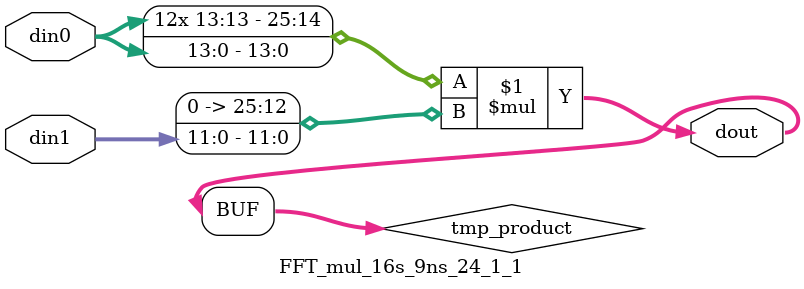
<source format=v>

`timescale 1 ns / 1 ps

  module FFT_mul_16s_9ns_24_1_1(din0, din1, dout);
parameter ID = 1;
parameter NUM_STAGE = 0;
parameter din0_WIDTH = 14;
parameter din1_WIDTH = 12;
parameter dout_WIDTH = 26;

input [din0_WIDTH - 1 : 0] din0; 
input [din1_WIDTH - 1 : 0] din1; 
output [dout_WIDTH - 1 : 0] dout;

wire signed [dout_WIDTH - 1 : 0] tmp_product;












assign tmp_product = $signed(din0) * $signed({1'b0, din1});









assign dout = tmp_product;







endmodule

</source>
